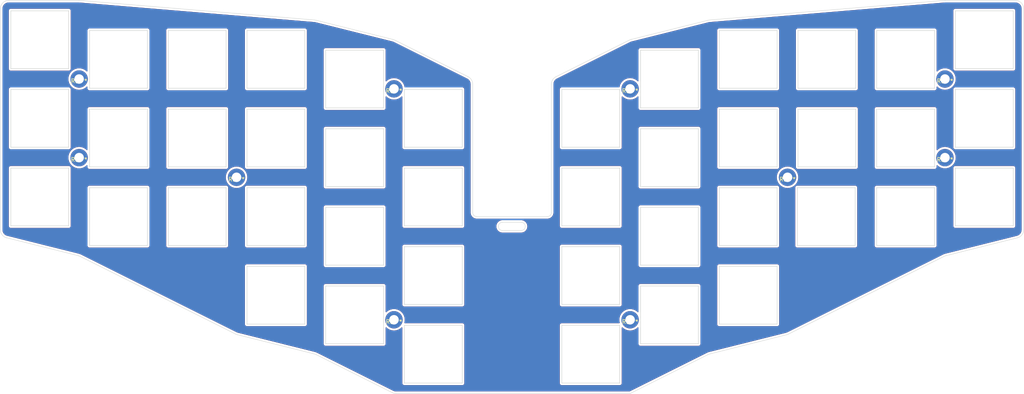
<source format=kicad_pcb>
(kicad_pcb (version 20221018) (generator pcbnew)
  (layers (0 "F.Cu" signal) (31 "B.Cu" signal) (34 "B.Paste" user) (35 "F.Paste" user) (36 "B.SilkS" user "B.Silkscreen") (37 "F.SilkS" user "F.Silkscreen") (38 "B.Mask" user) (39 "F.Mask" user) (44 "Edge.Cuts" user))
  (net 0 "")
  (net 1 "GND")
  (footprint "BrownSugar_KBD:Switch_Hole" (layer "F.Cu") (at 171.45 73.3425)
    (fp_text reference "SW28")
    (fp_text value "SW_PUSH")
    (fp_line (start -7 -7) (end -7 7) (stroke (width 0.12)) (layer "Edge.Cuts"))
    (fp_line (start -7 7) (end 7 7) (stroke (width 0.12)) (layer "Edge.Cuts"))
    (fp_line (start 7 -7) (end -7 -7) (stroke (width 0.12)) (layer "Edge.Cuts"))
    (fp_line (start 7 7) (end 7 -7) (stroke (width 0.12)) (layer "Edge.Cuts"))
  )
  (footprint "kbd:M2_Hole_TH" (layer "F.Cu") (at 47.625 44.7675)
    (fp_text reference "Ref**" (at 0 0.5) (layer "F.SilkS"))
    (fp_text value "Val**")
    (pad "" thru_hole circle (at 0 0) (size 4.2 4.2) (drill 2.3) (layers "*.Cu" "*.Mask"))
  )
  (footprint "BrownSugar_KBD:Switch_Hole" (layer "F.Cu") (at 190.5 44.7675)
    (fp_text reference "SW23")
    (fp_text value "SW_PUSH")
    (fp_line (start -7 -7) (end -7 7) (stroke (width 0.12)) (layer "Edge.Cuts"))
    (fp_line (start -7 7) (end 7 7) (stroke (width 0.12)) (layer "Edge.Cuts"))
    (fp_line (start 7 -7) (end -7 -7) (stroke (width 0.12)) (layer "Edge.Cuts"))
    (fp_line (start 7 7) (end 7 -7) (stroke (width 0.12)) (layer "Edge.Cuts"))
  )
  (footprint "BrownSugar_KBD:Switch_Hole" (layer "F.Cu") (at 114.3 101.9175)
    (fp_text reference "SW20")
    (fp_text value "SW_PUSH")
    (fp_line (start -7 -7) (end -7 7) (stroke (width 0.12)) (layer "Edge.Cuts"))
    (fp_line (start -7 7) (end 7 7) (stroke (width 0.12)) (layer "Edge.Cuts"))
    (fp_line (start 7 -7) (end -7 -7) (stroke (width 0.12)) (layer "Edge.Cuts"))
    (fp_line (start 7 7) (end 7 -7) (stroke (width 0.12)) (layer "Edge.Cuts"))
  )
  (footprint "kbd:M2_Hole_TH" (layer "F.Cu") (at 123.825 47.14875)
    (fp_text reference "Ref**" (at 0 0.5) (layer "F.SilkS"))
    (fp_text value "Val**")
    (pad "" thru_hole circle (at 0 0) (size 4.2 4.2) (drill 2.3) (layers "*.Cu" "*.Mask"))
  )
  (footprint "BrownSugar_KBD:Switch_Hole" (layer "F.Cu") (at 247.65 59.055)
    (fp_text reference "SW32")
    (fp_text value "SW_PUSH")
    (fp_line (start -7 -7) (end -7 7) (stroke (width 0.12)) (layer "Edge.Cuts"))
    (fp_line (start -7 7) (end 7 7) (stroke (width 0.12)) (layer "Edge.Cuts"))
    (fp_line (start 7 -7) (end -7 -7) (stroke (width 0.12)) (layer "Edge.Cuts"))
    (fp_line (start 7 7) (end 7 -7) (stroke (width 0.12)) (layer "Edge.Cuts"))
  )
  (footprint "BrownSugar_KBD:Switch_Hole" (layer "F.Cu") (at 133.35 111.4425)
    (fp_text reference "SW21")
    (fp_text value "SW_PUSH")
    (fp_line (start -7 -7) (end -7 7) (stroke (width 0.12)) (layer "Edge.Cuts"))
    (fp_line (start -7 7) (end 7 7) (stroke (width 0.12)) (layer "Edge.Cuts"))
    (fp_line (start 7 -7) (end -7 -7) (stroke (width 0.12)) (layer "Edge.Cuts"))
    (fp_line (start 7 7) (end 7 -7) (stroke (width 0.12)) (layer "Edge.Cuts"))
  )
  (footprint "BrownSugar_KBD:Switch_Hole" (layer "F.Cu") (at 76.2 59.055)
    (fp_text reference "SW9")
    (fp_text value "SW_PUSH")
    (fp_line (start -7 -7) (end -7 7) (stroke (width 0.12)) (layer "Edge.Cuts"))
    (fp_line (start -7 7) (end 7 7) (stroke (width 0.12)) (layer "Edge.Cuts"))
    (fp_line (start 7 -7) (end -7 -7) (stroke (width 0.12)) (layer "Edge.Cuts"))
    (fp_line (start 7 7) (end 7 -7) (stroke (width 0.12)) (layer "Edge.Cuts"))
  )
  (footprint "BrownSugar_KBD:Switch_Hole" (layer "F.Cu") (at 57.15 59.055)
    (fp_text reference "SW8")
    (fp_text value "SW_PUSH")
    (fp_line (start -7 -7) (end -7 7) (stroke (width 0.12)) (layer "Edge.Cuts"))
    (fp_line (start -7 7) (end 7 7) (stroke (width 0.12)) (layer "Edge.Cuts"))
    (fp_line (start 7 -7) (end -7 -7) (stroke (width 0.12)) (layer "Edge.Cuts"))
    (fp_line (start 7 7) (end 7 -7) (stroke (width 0.12)) (layer "Edge.Cuts"))
  )
  (footprint "kbd:M2_Hole_TH" (layer "F.Cu") (at 180.975 103.108125)
    (fp_text reference "Ref**" (at 0 0.5) (layer "F.SilkS"))
    (fp_text value "Val**")
    (pad "" thru_hole circle (at 0 0) (size 4.2 4.2) (drill 2.3) (layers "*.Cu" "*.Mask"))
  )
  (footprint "BrownSugar_KBD:Switch_Hole" (layer "F.Cu") (at 57.15 78.105)
    (fp_text reference "SW14")
    (fp_text value "SW_PUSH")
    (fp_line (start -7 -7) (end -7 7) (stroke (width 0.12)) (layer "Edge.Cuts"))
    (fp_line (start -7 7) (end 7 7) (stroke (width 0.12)) (layer "Edge.Cuts"))
    (fp_line (start 7 -7) (end -7 -7) (stroke (width 0.12)) (layer "Edge.Cuts"))
    (fp_line (start 7 7) (end 7 -7) (stroke (width 0.12)) (layer "Edge.Cuts"))
  )
  (footprint "kbd:M2_Hole_TH" (layer "F.Cu") (at 47.625 63.8175)
    (fp_text reference "Ref**" (at 0 0.5) (layer "F.SilkS"))
    (fp_text value "Val**")
    (pad "" thru_hole circle (at 0 0) (size 4.2 4.2) (drill 2.3) (layers "*.Cu" "*.Mask"))
  )
  (footprint "BrownSugar_KBD:Switch_Hole" (layer "F.Cu") (at 171.45 92.3925)
    (fp_text reference "SW34")
    (fp_text value "SW_PUSH")
    (fp_line (start -7 -7) (end -7 7) (stroke (width 0.12)) (layer "Edge.Cuts"))
    (fp_line (start -7 7) (end 7 7) (stroke (width 0.12)) (layer "Edge.Cuts"))
    (fp_line (start 7 -7) (end -7 -7) (stroke (width 0.12)) (layer "Edge.Cuts"))
    (fp_line (start 7 7) (end 7 -7) (stroke (width 0.12)) (layer "Edge.Cuts"))
  )
  (footprint "kbd:M2_Hole_TH" (layer "F.Cu") (at 85.725 68.58)
    (fp_text reference "Ref**" (at 0 0.5) (layer "F.SilkS"))
    (fp_text value "Val**")
    (pad "" thru_hole circle (at 0 0) (size 4.2 4.2) (drill 2.3) (layers "*.Cu" "*.Mask"))
  )
  (footprint "BrownSugar_KBD:Switch_Hole" (layer "F.Cu") (at 114.3 82.8675)
    (fp_text reference "SW17")
    (fp_text value "SW_PUSH")
    (fp_line (start -7 -7) (end -7 7) (stroke (width 0.12)) (layer "Edge.Cuts"))
    (fp_line (start -7 7) (end 7 7) (stroke (width 0.12)) (layer "Edge.Cuts"))
    (fp_line (start 7 -7) (end -7 -7) (stroke (width 0.12)) (layer "Edge.Cuts"))
    (fp_line (start 7 7) (end 7 -7) (stroke (width 0.12)) (layer "Edge.Cuts"))
  )
  (footprint "BrownSugar_KBD:Switch_Hole" (layer "F.Cu") (at 209.55 97.155)
    (fp_text reference "SW42")
    (fp_text value "SW_PUSH")
    (fp_line (start -7 -7) (end -7 7) (stroke (width 0.12)) (layer "Edge.Cuts"))
    (fp_line (start -7 7) (end 7 7) (stroke (width 0.12)) (layer "Edge.Cuts"))
    (fp_line (start 7 -7) (end -7 -7) (stroke (width 0.12)) (layer "Edge.Cuts"))
    (fp_line (start 7 7) (end 7 -7) (stroke (width 0.12)) (layer "Edge.Cuts"))
  )
  (footprint "BrownSugar_KBD:Switch_Hole" (layer "F.Cu") (at 133.35 92.3925)
    (fp_text reference "SW18")
    (fp_text value "SW_PUSH")
    (fp_line (start -7 -7) (end -7 7) (stroke (width 0.12)) (layer "Edge.Cuts"))
    (fp_line (start -7 7) (end 7 7) (stroke (width 0.12)) (layer "Edge.Cuts"))
    (fp_line (start 7 -7) (end -7 -7) (stroke (width 0.12)) (layer "Edge.Cuts"))
    (fp_line (start 7 7) (end 7 -7) (stroke (width 0.12)) (layer "Edge.Cuts"))
  )
  (footprint "BrownSugar_KBD:Switch_Hole" (layer "F.Cu") (at 247.65 78.105)
    (fp_text reference "SW38")
    (fp_text value "SW_PUSH")
    (fp_line (start -7 -7) (end -7 7) (stroke (width 0.12)) (layer "Edge.Cuts"))
    (fp_line (start -7 7) (end 7 7) (stroke (width 0.12)) (layer "Edge.Cuts"))
    (fp_line (start 7 -7) (end -7 -7) (stroke (width 0.12)) (layer "Edge.Cuts"))
    (fp_line (start 7 7) (end 7 -7) (stroke (width 0.12)) (layer "Edge.Cuts"))
  )
  (footprint "BrownSugar_KBD:Switch_Hole" (layer "F.Cu") (at 171.45 111.4425)
    (fp_text reference "SW40")
    (fp_text value "SW_PUSH")
    (fp_line (start -7 -7) (end -7 7) (stroke (width 0.12)) (layer "Edge.Cuts"))
    (fp_line (start -7 7) (end 7 7) (stroke (width 0.12)) (layer "Edge.Cuts"))
    (fp_line (start 7 -7) (end -7 -7) (stroke (width 0.12)) (layer "Edge.Cuts"))
    (fp_line (start 7 7) (end 7 -7) (stroke (width 0.12)) (layer "Edge.Cuts"))
  )
  (footprint "BrownSugar_KBD:Switch_Hole" (layer "F.Cu") (at 228.44125 78.105)
    (fp_text reference "SW37")
    (fp_text value "SW_PUSH")
    (fp_line (start -7 -7) (end -7 7) (stroke (width 0.12)) (layer "Edge.Cuts"))
    (fp_line (start -7 7) (end 7 7) (stroke (width 0.12)) (layer "Edge.Cuts"))
    (fp_line (start 7 -7) (end -7 -7) (stroke (width 0.12)) (layer "Edge.Cuts"))
    (fp_line (start 7 7) (end 7 -7) (stroke (width 0.12)) (layer "Edge.Cuts"))
  )
  (footprint "BrownSugar_KBD:Switch_Hole" (layer "F.Cu") (at 247.65 40.005)
    (fp_text reference "SW26")
    (fp_text value "SW_PUSH")
    (fp_line (start -7 -7) (end -7 7) (stroke (width 0.12)) (layer "Edge.Cuts"))
    (fp_line (start -7 7) (end 7 7) (stroke (width 0.12)) (layer "Edge.Cuts"))
    (fp_line (start 7 -7) (end -7 -7) (stroke (width 0.12)) (layer "Edge.Cuts"))
    (fp_line (start 7 7) (end 7 -7) (stroke (width 0.12)) (layer "Edge.Cuts"))
  )
  (footprint "BrownSugar_KBD:Switch_Hole" (layer "F.Cu") (at 114.3 63.8175)
    (fp_text reference "SW11")
    (fp_text value "SW_PUSH")
    (fp_line (start -7 -7) (end -7 7) (stroke (width 0.12)) (layer "Edge.Cuts"))
    (fp_line (start -7 7) (end 7 7) (stroke (width 0.12)) (layer "Edge.Cuts"))
    (fp_line (start 7 -7) (end -7 -7) (stroke (width 0.12)) (layer "Edge.Cuts"))
    (fp_line (start 7 7) (end 7 -7) (stroke (width 0.12)) (layer "Edge.Cuts"))
  )
  (footprint "BrownSugar_KBD:Switch_Hole" (layer "F.Cu") (at 133.35 73.3425)
    (fp_text reference "SW12")
    (fp_text value "SW_PUSH")
    (fp_line (start -7 -7) (end -7 7) (stroke (width 0.12)) (layer "Edge.Cuts"))
    (fp_line (start -7 7) (end 7 7) (stroke (width 0.12)) (layer "Edge.Cuts"))
    (fp_line (start 7 -7) (end -7 -7) (stroke (width 0.12)) (layer "Edge.Cuts"))
    (fp_line (start 7 7) (end 7 -7) (stroke (width 0.12)) (layer "Edge.Cuts"))
  )
  (footprint "BrownSugar_KBD:Switch_Hole" (layer "F.Cu") (at 209.55 78.105)
    (fp_text reference "SW36")
    (fp_text value "SW_PUSH")
    (fp_line (start -7 -7) (end -7 7) (stroke (width 0.12)) (layer "Edge.Cuts"))
    (fp_line (start -7 7) (end 7 7) (stroke (width 0.12)) (layer "Edge.Cuts"))
    (fp_line (start 7 -7) (end -7 -7) (stroke (width 0.12)) (layer "Edge.Cuts"))
    (fp_line (start 7 7) (end 7 -7) (stroke (width 0.12)) (layer "Edge.Cuts"))
  )
  (footprint "BrownSugar_KBD:Switch_Hole" (layer "F.Cu") (at 266.7 35.2425)
    (fp_text reference "SW27")
    (fp_text value "SW_PUSH")
    (fp_line (start -7 -7) (end -7 7) (stroke (width 0.12)) (layer "Edge.Cuts"))
    (fp_line (start -7 7) (end 7 7) (stroke (width 0.12)) (layer "Edge.Cuts"))
    (fp_line (start 7 -7) (end -7 -7) (stroke (width 0.12)) (layer "Edge.Cuts"))
    (fp_line (start 7 7) (end 7 -7) (stroke (width 0.12)) (layer "Edge.Cuts"))
  )
  (footprint "kbd:M2_Hole_TH" (layer "F.Cu") (at 123.825 103.108125)
    (fp_text reference "Ref**" (at 0 0.5) (layer "F.SilkS"))
    (fp_text value "Val**")
    (pad "" thru_hole circle (at 0 0) (size 4.2 4.2) (drill 2.3) (layers "*.Cu" "*.Mask"))
  )
  (footprint "BrownSugar_KBD:Switch_Hole" (layer "F.Cu") (at 228.6 40.005)
    (fp_text reference "SW25")
    (fp_text value "SW_PUSH")
    (fp_line (start -7 -7) (end -7 7) (stroke (width 0.12)) (layer "Edge.Cuts"))
    (fp_line (start -7 7) (end 7 7) (stroke (width 0.12)) (layer "Edge.Cuts"))
    (fp_line (start 7 -7) (end -7 -7) (stroke (width 0.12)) (layer "Edge.Cuts"))
    (fp_line (start 7 7) (end 7 -7) (stroke (width 0.12)) (layer "Edge.Cuts"))
  )
  (footprint "BrownSugar_KBD:Switch_Hole" (layer "F.Cu") (at 114.3 44.7675)
    (fp_text reference "SW5")
    (fp_text value "SW_PUSH")
    (fp_line (start -7 -7) (end -7 7) (stroke (width 0.12)) (layer "Edge.Cuts"))
    (fp_line (start -7 7) (end 7 7) (stroke (width 0.12)) (layer "Edge.Cuts"))
    (fp_line (start 7 -7) (end -7 -7) (stroke (width 0.12)) (layer "Edge.Cuts"))
    (fp_line (start 7 7) (end 7 -7) (stroke (width 0.12)) (layer "Edge.Cuts"))
  )
  (footprint "BrownSugar_KBD:Switch_Hole" (layer "F.Cu") (at 95.25 78.105)
    (fp_text reference "SW16")
    (fp_text value "SW_PUSH")
    (fp_line (start -7 -7) (end -7 7) (stroke (width 0.12)) (layer "Edge.Cuts"))
    (fp_line (start -7 7) (end 7 7) (stroke (width 0.12)) (layer "Edge.Cuts"))
    (fp_line (start 7 -7) (end -7 -7) (stroke (width 0.12)) (layer "Edge.Cuts"))
    (fp_line (start 7 7) (end 7 -7) (stroke (width 0.12)) (layer "Edge.Cuts"))
  )
  (footprint "BrownSugar_KBD:Switch_Hole" (layer "F.Cu") (at 76.2 40.005)
    (fp_text reference "SW3")
    (fp_text value "SW_PUSH")
    (fp_line (start -7 -7) (end -7 7) (stroke (width 0.12)) (layer "Edge.Cuts"))
    (fp_line (start -7 7) (end 7 7) (stroke (width 0.12)) (layer "Edge.Cuts"))
    (fp_line (start 7 -7) (end -7 -7) (stroke (width 0.12)) (layer "Edge.Cuts"))
    (fp_line (start 7 7) (end 7 -7) (stroke (width 0.12)) (layer "Edge.Cuts"))
  )
  (footprint "BrownSugar_KBD:Switch_Hole" (layer "F.Cu") (at 95.25 59.055)
    (fp_text reference "SW10")
    (fp_text value "SW_PUSH")
    (fp_line (start -7 -7) (end -7 7) (stroke (width 0.12)) (layer "Edge.Cuts"))
    (fp_line (start -7 7) (end 7 7) (stroke (width 0.12)) (layer "Edge.Cuts"))
    (fp_line (start 7 -7) (end -7 -7) (stroke (width 0.12)) (layer "Edge.Cuts"))
    (fp_line (start 7 7) (end 7 -7) (stroke (width 0.12)) (layer "Edge.Cuts"))
  )
  (footprint "kbd:M2_Hole_TH" (layer "F.Cu") (at 219.075 68.58)
    (fp_text reference "Ref**" (at 0 0.5) (layer "F.SilkS"))
    (fp_text value "Val**")
    (pad "" thru_hole circle (at 0 0) (size 4.2 4.2) (drill 2.3) (layers "*.Cu" "*.Mask"))
  )
  (footprint "BrownSugar_KBD:Switch_Hole" (layer "F.Cu") (at 171.45 54.2925)
    (fp_text reference "SW22")
    (fp_text value "SW_PUSH")
    (fp_line (start -7 -7) (end -7 7) (stroke (width 0.12)) (layer "Edge.Cuts"))
    (fp_line (start -7 7) (end 7 7) (stroke (width 0.12)) (layer "Edge.Cuts"))
    (fp_line (start 7 -7) (end -7 -7) (stroke (width 0.12)) (layer "Edge.Cuts"))
    (fp_line (start 7 7) (end 7 -7) (stroke (width 0.12)) (layer "Edge.Cuts"))
  )
  (footprint "kbd:M2_Hole_TH" (layer "F.Cu") (at 257.175 44.7675)
    (fp_text reference "Ref**" (at 0 0.5) (layer "F.SilkS"))
    (fp_text value "Val**")
    (pad "" thru_hole circle (at 0 0) (size 4.2 4.2) (drill 2.3) (layers "*.Cu" "*.Mask"))
  )
  (footprint "BrownSugar_KBD:Switch_Hole" (layer "F.Cu") (at 266.7 54.2925)
    (fp_text reference "SW33")
    (fp_text value "SW_PUSH")
    (fp_line (start -7 -7) (end -7 7) (stroke (width 0.12)) (layer "Edge.Cuts"))
    (fp_line (start -7 7) (end 7 7) (stroke (width 0.12)) (layer "Edge.Cuts"))
    (fp_line (start 7 -7) (end -7 -7) (stroke (width 0.12)) (layer "Edge.Cuts"))
    (fp_line (start 7 7) (end 7 -7) (stroke (width 0.12)) (layer "Edge.Cuts"))
  )
  (footprint "BrownSugar_KBD:Switch_Hole" (layer "F.Cu") (at 76.2 78.105)
    (fp_text reference "SW15")
    (fp_text value "SW_PUSH")
    (fp_line (start -7 -7) (end -7 7) (stroke (width 0.12)) (layer "Edge.Cuts"))
    (fp_line (start -7 7) (end 7 7) (stroke (width 0.12)) (layer "Edge.Cuts"))
    (fp_line (start 7 -7) (end -7 -7) (stroke (width 0.12)) (layer "Edge.Cuts"))
    (fp_line (start 7 7) (end 7 -7) (stroke (width 0.12)) (layer "Edge.Cuts"))
  )
  (footprint "BrownSugar_KBD:Switch_Hole" (layer "F.Cu") (at 209.55 59.055)
    (fp_text reference "SW30")
    (fp_text value "SW_PUSH")
    (fp_line (start -7 -7) (end -7 7) (stroke (width 0.12)) (layer "Edge.Cuts"))
    (fp_line (start -7 7) (end 7 7) (stroke (width 0.12)) (layer "Edge.Cuts"))
    (fp_line (start 7 -7) (end -7 -7) (stroke (width 0.12)) (layer "Edge.Cuts"))
    (fp_line (start 7 7) (end 7 -7) (stroke (width 0.12)) (layer "Edge.Cuts"))
  )
  (footprint "BrownSugar_KBD:Switch_Hole" (layer "F.Cu") (at 38.1 73.3425)
    (fp_text reference "SW13")
    (fp_text value "SW_PUSH")
    (fp_line (start -7 -7) (end -7 7) (stroke (width 0.12)) (layer "Edge.Cuts"))
    (fp_line (start -7 7) (end 7 7) (stroke (width 0.12)) (layer "Edge.Cuts"))
    (fp_line (start 7 -7) (end -7 -7) (stroke (width 0.12)) (layer "Edge.Cuts"))
    (fp_line (start 7 7) (end 7 -7) (stroke (width 0.12)) (layer "Edge.Cuts"))
  )
  (footprint "BrownSugar_KBD:Switch_Hole" (layer "F.Cu") (at 95.25 97.155)
    (fp_text reference "SW19")
    (fp_text value "SW_PUSH")
    (fp_line (start -7 -7) (end -7 7) (stroke (width 0.12)) (layer "Edge.Cuts"))
    (fp_line (start -7 7) (end 7 7) (stroke (width 0.12)) (layer "Edge.Cuts"))
    (fp_line (start 7 -7) (end -7 -7) (stroke (width 0.12)) (layer "Edge.Cuts"))
    (fp_line (start 7 7) (end 7 -7) (stroke (width 0.12)) (layer "Edge.Cuts"))
  )
  (footprint "BrownSugar_KBD:Switch_Hole" (layer "F.Cu") (at 190.5 82.8675)
    (fp_text reference "SW35")
    (fp_text value "SW_PUSH")
    (fp_line (start -7 -7) (end -7 7) (stroke (width 0.12)) (layer "Edge.Cuts"))
    (fp_line (start -7 7) (end 7 7) (stroke (width 0.12)) (layer "Edge.Cuts"))
    (fp_line (start 7 -7) (end -7 -7) (stroke (width 0.12)) (layer "Edge.Cuts"))
    (fp_line (start 7 7) (end 7 -7) (stroke (width 0.12)) (layer "Edge.Cuts"))
  )
  (footprint "BrownSugar_KBD:Switch_Hole" (layer "F.Cu") (at 190.5 63.8175)
    (fp_text reference "SW29")
    (fp_text value "SW_PUSH")
    (fp_line (start -7 -7) (end -7 7) (stroke (width 0.12)) (layer "Edge.Cuts"))
    (fp_line (start -7 7) (end 7 7) (stroke (width 0.12)) (layer "Edge.Cuts"))
    (fp_line (start 7 -7) (end -7 -7) (stroke (width 0.12)) (layer "Edge.Cuts"))
    (fp_line (start 7 7) (end 7 -7) (stroke (width 0.12)) (layer "Edge.Cuts"))
  )
  (footprint "BrownSugar_KBD:Switch_Hole" (layer "F.Cu") (at 38.1 35.2425)
    (fp_text reference "SW1")
    (fp_text value "SW_PUSH")
    (fp_line (start -7 -7) (end -7 7) (stroke (width 0.12)) (layer "Edge.Cuts"))
    (fp_line (start -7 7) (end 7 7) (stroke (width 0.12)) (layer "Edge.Cuts"))
    (fp_line (start 7 -7) (end -7 -7) (stroke (width 0.12)) (layer "Edge.Cuts"))
    (fp_line (start 7 7) (end 7 -7) (stroke (width 0.12)) (layer "Edge.Cuts"))
  )
  (footprint "BrownSugar_KBD:Switch_Hole" (layer "F.Cu") (at 190.5 101.9175)
    (fp_text reference "SW41")
    (fp_text value "SW_PUSH")
    (fp_line (start -7 -7) (end -7 7) (stroke (width 0.12)) (layer "Edge.Cuts"))
    (fp_line (start -7 7) (end 7 7) (stroke (width 0.12)) (layer "Edge.Cuts"))
    (fp_line (start 7 -7) (end -7 -7) (stroke (width 0.12)) (layer "Edge.Cuts"))
    (fp_line (start 7 7) (end 7 -7) (stroke (width 0.12)) (layer "Edge.Cuts"))
  )
  (footprint "kbd:M2_Hole_TH" (layer "F.Cu") (at 180.975 47.14875)
    (fp_text reference "Ref**" (at 0 0.5) (layer "F.SilkS"))
    (fp_text value "Val**")
    (pad "" thru_hole circle (at 0 0) (size 4.2 4.2) (drill 2.3) (layers "*.Cu" "*.Mask"))
  )
  (footprint "BrownSugar_KBD:Switch_Hole" (layer "F.Cu") (at 95.25 40.005)
    (fp_text reference "SW4")
    (fp_text value "SW_PUSH")
    (fp_line (start -7 -7) (end -7 7) (stroke (width 0.12)) (layer "Edge.Cuts"))
    (fp_line (start -7 7) (end 7 7) (stroke (width 0.12)) (layer "Edge.Cuts"))
    (fp_line (start 7 -7) (end -7 -7) (stroke (width 0.12)) (layer "Edge.Cuts"))
    (fp_line (start 7 7) (end 7 -7) (stroke (width 0.12)) (layer "Edge.Cuts"))
  )
  (footprint "BrownSugar_KBD:Switch_Hole" (layer "F.Cu") (at 38.1 54.2925)
    (fp_text reference "SW7")
    (fp_text value "SW_PUSH")
    (fp_line (start -7 -7) (end -7 7) (stroke (width 0.12)) (layer "Edge.Cuts"))
    (fp_line (start -7 7) (end 7 7) (stroke (width 0.12)) (layer "Edge.Cuts"))
    (fp_line (start 7 -7) (end -7 -7) (stroke (width 0.12)) (layer "Edge.Cuts"))
    (fp_line (start 7 7) (end 7 -7) (stroke (width 0.12)) (layer "Edge.Cuts"))
  )
  (footprint "BrownSugar_KBD:Switch_Hole" (layer "F.Cu") (at 133.35 54.2925)
    (fp_text reference "SW6")
    (fp_text value "SW_PUSH")
    (fp_line (start -7 -7) (end -7 7) (stroke (width 0.12)) (layer "Edge.Cuts"))
    (fp_line (start -7 7) (end 7 7) (stroke (width 0.12)) (layer "Edge.Cuts"))
    (fp_line (start 7 -7) (end -7 -7) (stroke (width 0.12)) (layer "Edge.Cuts"))
    (fp_line (start 7 7) (end 7 -7) (stroke (width 0.12)) (layer "Edge.Cuts"))
  )
  (footprint "BrownSugar_KBD:Switch_Hole" (layer "F.Cu") (at 266.7 73.3425)
    (fp_text reference "SW39")
    (fp_text value "SW_PUSH")
    (fp_line (start -7 -7) (end -7 7) (stroke (width 0.12)) (layer "Edge.Cuts"))
    (fp_line (start -7 7) (end 7 7) (stroke (width 0.12)) (layer "Edge.Cuts"))
    (fp_line (start 7 -7) (end -7 -7) (stroke (width 0.12)) (layer "Edge.Cuts"))
    (fp_line (start 7 7) (end 7 -7) (stroke (width 0.12)) (layer "Edge.Cuts"))
  )
  (footprint "BrownSugar_KBD:Switch_Hole" (layer "F.Cu") (at 209.55 40.005)
    (fp_text reference "SW24")
    (fp_text value "SW_PUSH")
    (fp_line (start -7 -7) (end -7 7) (stroke (width 0.12)) (layer "Edge.Cuts"))
    (fp_line (start -7 7) (end 7 7) (stroke (width 0.12)) (layer "Edge.Cuts"))
    (fp_line (start 7 -7) (end -7 -7) (stroke (width 0.12)) (layer "Edge.Cuts"))
    (fp_line (start 7 7) (end 7 -7) (stroke (width 0.12)) (layer "Edge.Cuts"))
  )
  (footprint "BrownSugar_KBD:Switch_Hole" (layer "F.Cu") (at 57.15 40.005)
    (fp_text reference "SW2")
    (fp_text value "SW_PUSH")
    (fp_line (start -7 -7) (end -7 7) (stroke (width 0.12)) (layer "Edge.Cuts"))
    (fp_line (start -7 7) (end 7 7) (stroke (width 0.12)) (layer "Edge.Cuts"))
    (fp_line (start 7 -7) (end -7 -7) (stroke (width 0.12)) (layer "Edge.Cuts"))
    (fp_line (start 7 7) (end 7 -7) (stroke (width 0.12)) (layer "Edge.Cuts"))
  )
  (footprint "BrownSugar_KBD:Switch_Hole" (layer "F.Cu") (at 228.6 59.055)
    (fp_text reference "SW31")
    (fp_text value "SW_PUSH")
    (fp_line (start -7 -7) (end -7 7) (stroke (width 0.12)) (layer "Edge.Cuts"))
    (fp_line (start -7 7) (end 7 7) (stroke (width 0.12)) (layer "Edge.Cuts"))
    (fp_line (start 7 -7) (end -7 -7) (stroke (width 0.12)) (layer "Edge.Cuts"))
    (fp_line (start 7 7) (end 7 -7) (stroke (width 0.12)) (layer "Edge.Cuts"))
  )
  (footprint "kbd:M2_Hole_TH" (layer "F.Cu") (at 257.175 63.8175)
    (fp_text reference "Ref**" (at 0 0.5) (layer "F.SilkS"))
    (fp_text value "Val**")
    (pad "" thru_hole circle (at 0 0) (size 4.2 4.2) (drill 2.3) (layers "*.Cu" "*.Mask"))
  )
  (gr_line (start 161.925 77.105) (end 161.925 46.003568) (stroke (width 0.1)) (layer "Edge.Cuts"))
  (gr_line (start 30.575 25.7175) (end 47.541811 25.7175) (stroke (width 0.1)) (layer "Edge.Cuts"))
  (gr_arc (start 161.925 77.105) (mid 161.632107 77.812107) (end 160.925 78.105) (stroke (width 0.1)) (layer "Edge.Cuts"))
  (gr_line (start 28.575 81.305947) (end 28.575 27.7175) (stroke (width 0.1)) (layer "Edge.Cuts"))
  (gr_arc (start 143.875 78.105) (mid 143.167893 77.812107) (end 142.875 77.105) (stroke (width 0.1)) (layer "Edge.Cuts"))
  (gr_arc (start 47.541811 25.7175) (mid 47.624928 25.719228) (end 47.707902 25.724408) (stroke (width 0.1)) (layer "Edge.Cuts"))
  (gr_line (start 257.258189 25.7175) (end 274.225 25.7175) (stroke (width 0.1)) (layer "Edge.Cuts"))
  (gr_line (start 219.271366 106.581817) (end 256.978634 87.728183) (stroke (width 0.1)) (layer "Edge.Cuts"))
  (gr_arc (start 180.778634 35.340683) (mid 180.979168 35.253766) (end 181.18799 35.189253) (stroke (width 0.1)) (layer "Edge.Cuts"))
  (gr_line (start 155.6 80.48) (end 155.6 80.48) (stroke (width 0.1)) (layer "Edge.Cuts"))
  (gr_arc (start 149.1 80.48) (mid 149.392893 79.772893) (end 150.1 79.48) (stroke (width 0.1)) (layer "Edge.Cuts"))
  (gr_arc (start 85.93799 106.733247) (mid 85.729167 106.668737) (end 85.528634 106.581817) (stroke (width 0.1)) (layer "Edge.Cuts"))
  (gr_arc (start 104.56201 111.389253) (mid 104.770831 111.453768) (end 104.971366 111.540683) (stroke (width 0.1)) (layer "Edge.Cuts"))
  (gr_line (start 276.225 27.7175) (end 276.225 81.305947) (stroke (width 0.1)) (layer "Edge.Cuts"))
  (gr_line (start 257.38799 87.576753) (end 274.710071 83.246232) (stroke (width 0.1)) (layer "Edge.Cuts"))
  (gr_line (start 200.186631 30.466531) (end 257.092098 25.724408) (stroke (width 0.1)) (layer "Edge.Cuts"))
  (gr_arc (start 219.271366 106.581817) (mid 219.070832 106.668734) (end 218.86201 106.733247) (stroke (width 0.1)) (layer "Edge.Cuts"))
  (gr_line (start 47.707902 25.724408) (end 104.613369 30.466531) (stroke (width 0.1)) (layer "Edge.Cuts"))
  (gr_arc (start 161.925 46.003568) (mid 162.223698 44.952106) (end 163.030573 44.214714) (stroke (width 0.1)) (layer "Edge.Cuts"))
  (gr_arc (start 30.089929 83.246232) (mid 28.99859 82.536771) (end 28.575 81.305947) (stroke (width 0.1)) (layer "Edge.Cuts"))
  (gr_arc (start 274.225 25.7175) (mid 275.639214 26.303286) (end 276.225 27.7175) (stroke (width 0.1)) (layer "Edge.Cuts"))
  (gr_line (start 163.030573 44.214714) (end 180.778634 35.340683) (stroke (width 0.1)) (layer "Edge.Cuts"))
  (gr_arc (start 257.092098 25.724408) (mid 257.175072 25.719227) (end 257.258189 25.7175) (stroke (width 0.1)) (layer "Edge.Cuts"))
  (gr_arc (start 199.867651 30.519337) (mid 200.026072 30.486477) (end 200.186631 30.466531) (stroke (width 0.1)) (layer "Edge.Cuts"))
  (gr_line (start 154.6 81.48) (end 150.1 81.48) (stroke (width 0.1)) (layer "Edge.Cuts"))
  (gr_line (start 200.23799 111.389253) (end 218.86201 106.733247) (stroke (width 0.1)) (layer "Edge.Cuts"))
  (gr_line (start 104.971366 111.540683) (end 123.402709 120.756354) (stroke (width 0.1)) (layer "Edge.Cuts"))
  (gr_arc (start 155.6 80.48) (mid 155.307107 81.187107) (end 154.6 81.48) (stroke (width 0.1)) (layer "Edge.Cuts"))
  (gr_line (start 180.975 120.9675) (end 199.828634 111.540683) (stroke (width 0.1)) (layer "Edge.Cuts"))
  (gr_arc (start 28.575 27.7175) (mid 29.160786 26.303286) (end 30.575 25.7175) (stroke (width 0.1)) (layer "Edge.Cuts"))
  (gr_arc (start 256.978634 87.728183) (mid 257.179168 87.641266) (end 257.38799 87.576753) (stroke (width 0.1)) (layer "Edge.Cuts"))
  (gr_arc (start 150.1 81.48) (mid 149.392893 81.187107) (end 149.1 80.48) (stroke (width 0.1)) (layer "Edge.Cuts"))
  (gr_line (start 47.821366 87.728183) (end 85.528634 106.581817) (stroke (width 0.1)) (layer "Edge.Cuts"))
  (gr_arc (start 123.61201 35.189253) (mid 123.820833 35.253763) (end 124.021366 35.340683) (stroke (width 0.1)) (layer "Edge.Cuts"))
  (gr_arc (start 154.6 79.48) (mid 155.307107 79.772893) (end 155.6 80.48) (stroke (width 0.1)) (layer "Edge.Cuts"))
  (gr_line (start 160.925 78.105) (end 143.875 78.105) (stroke (width 0.1)) (layer "Edge.Cuts"))
  (gr_line (start 149.1 80.48) (end 149.1 80.48) (stroke (width 0.1)) (layer "Edge.Cuts"))
  (gr_arc (start 47.41201 87.576753) (mid 47.620833 87.641263) (end 47.821366 87.728183) (stroke (width 0.1)) (layer "Edge.Cuts"))
  (gr_arc (start 141.769427 44.214714) (mid 142.576301 44.952106) (end 142.875 46.003568) (stroke (width 0.1)) (layer "Edge.Cuts"))
  (gr_line (start 124.021366 35.340683) (end 141.769427 44.214714) (stroke (width 0.1)) (layer "Edge.Cuts"))
  (gr_arc (start 276.225 81.305947) (mid 275.801411 82.536772) (end 274.710071 83.246232) (stroke (width 0.1)) (layer "Edge.Cuts"))
  (gr_line (start 104.932349 30.519337) (end 123.61201 35.189253) (stroke (width 0.1)) (layer "Edge.Cuts"))
  (gr_line (start 142.875 77.105) (end 142.875 46.003568) (stroke (width 0.1)) (layer "Edge.Cuts"))
  (gr_arc (start 199.828634 111.540683) (mid 200.029169 111.453767) (end 200.23799 111.389253) (stroke (width 0.1)) (layer "Edge.Cuts"))
  (gr_line (start 180.975 120.9675) (end 124.297136 120.9675) (stroke (width 0.1)) (layer "Edge.Cuts"))
  (gr_line (start 30.089929 83.246232) (end 47.41201 87.576753) (stroke (width 0.1)) (layer "Edge.Cuts"))
  (gr_line (start 181.18799 35.189253) (end 199.867651 30.519337) (stroke (width 0.1)) (layer "Edge.Cuts"))
  (gr_arc (start 104.613369 30.466531) (mid 104.773928 30.486478) (end 104.932349 30.519337) (stroke (width 0.1)) (layer "Edge.Cuts"))
  (gr_line (start 150.1 79.48) (end 154.6 79.48) (stroke (width 0.1)) (layer "Edge.Cuts"))
  (gr_line (start 85.93799 106.733247) (end 104.56201 111.389253) (stroke (width 0.1)) (layer "Edge.Cuts"))
  (gr_arc (start 124.297136 120.9675) (mid 123.83763 120.913998) (end 123.402709 120.756354) (stroke (width 0.1)) (layer "Edge.Cuts"))
  (zone (net 1) (net_name "GND") (layers "F&B.Cu") (connect_pads (clearance 0.5)) (min_thickness 0.25) (fill yes (thermal_gap 0.5) (thermal_bridge_width 0.5) (smoothing fillet) (radius 2))
    (polygon (pts (xy 28.575 25.7175) (xy 276.225 25.7175) (xy 276.225 120.9675) (xy 28.575 120.9675)))
  )
)
</source>
